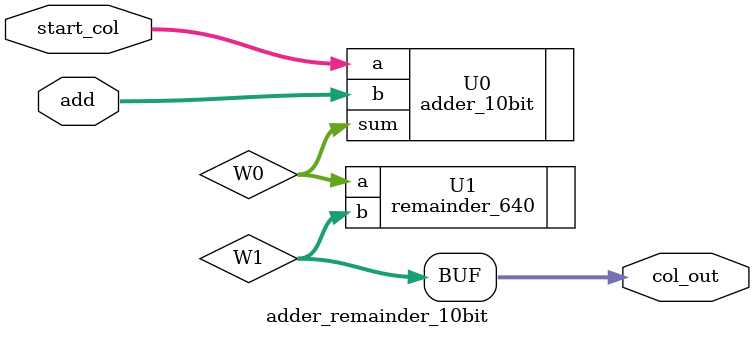
<source format=v>
`timescale 1ns / 1ps


module adder_remainder_10bit(
    input [9:0] start_col,
    input [9:0] add,
    output reg [9:0] col_out
    );
    
    adder_10bit U0(
        .a(start_col),
        .b(add),
        .sum(W0)
    );
    
    remainder_640 U1(
        .a(W0),
        .b(W1)
    );
    
    wire [9:0] W0;
    wire [9:0] W1;
    
    always @(W0 or W1) begin
        col_out = W1;
    end
    
endmodule

</source>
